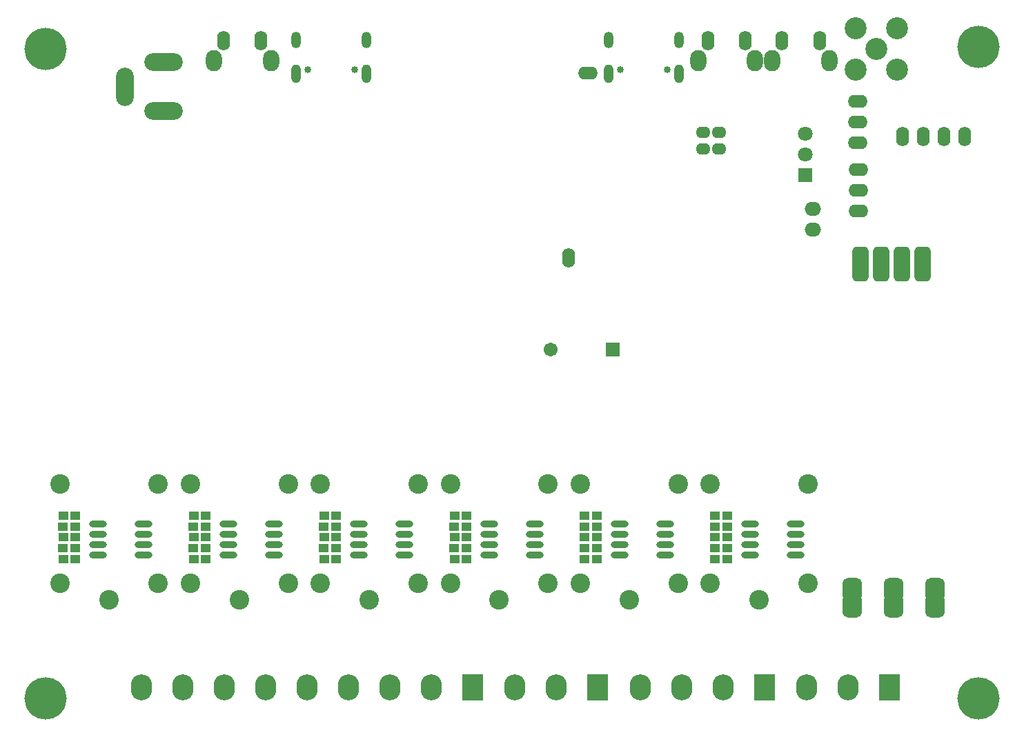
<source format=gbs>
G04*
G04 #@! TF.GenerationSoftware,Altium Limited,Altium Designer,21.2.1 (34)*
G04*
G04 Layer_Color=16711935*
%FSTAX24Y24*%
%MOIN*%
G70*
G04*
G04 #@! TF.SameCoordinates,6CF6E2E0-1279-4785-91C8-ECC7A25CC669*
G04*
G04*
G04 #@! TF.FilePolarity,Negative*
G04*
G01*
G75*
%ADD58R,0.0454X0.0434*%
%ADD92O,0.0789X0.0671*%
%ADD94C,0.0710*%
%ADD95R,0.0710X0.0710*%
%ADD96O,0.0474X0.0906*%
%ADD97O,0.0474X0.0788*%
%ADD98C,0.0336*%
%ADD99C,0.2047*%
%ADD100O,0.0787X0.1024*%
%ADD101O,0.0630X0.0945*%
%ADD102C,0.0671*%
%ADD103R,0.0671X0.0671*%
%ADD104O,0.1852X0.0867*%
%ADD105O,0.0867X0.1852*%
%ADD107C,0.1064*%
%ADD108C,0.0945*%
G04:AMPARAMS|DCode=109|XSize=110.4mil|YSize=94.6mil|CornerRadius=25.7mil|HoleSize=0mil|Usage=FLASHONLY|Rotation=270.000|XOffset=0mil|YOffset=0mil|HoleType=Round|Shape=RoundedRectangle|*
%AMROUNDEDRECTD109*
21,1,0.1104,0.0433,0,0,270.0*
21,1,0.0591,0.0946,0,0,270.0*
1,1,0.0513,-0.0217,-0.0295*
1,1,0.0513,-0.0217,0.0295*
1,1,0.0513,0.0217,0.0295*
1,1,0.0513,0.0217,-0.0295*
%
%ADD109ROUNDEDRECTD109*%
G04:AMPARAMS|DCode=110|XSize=102.5mil|YSize=78.9mil|CornerRadius=21.7mil|HoleSize=0mil|Usage=FLASHONLY|Rotation=270.000|XOffset=0mil|YOffset=0mil|HoleType=Round|Shape=RoundedRectangle|*
%AMROUNDEDRECTD110*
21,1,0.1025,0.0354,0,0,270.0*
21,1,0.0591,0.0789,0,0,270.0*
1,1,0.0434,-0.0177,-0.0295*
1,1,0.0434,-0.0177,0.0295*
1,1,0.0434,0.0177,0.0295*
1,1,0.0434,0.0177,-0.0295*
%
%ADD110ROUNDEDRECTD110*%
%ADD141O,0.0867X0.0316*%
%ADD142O,0.0945X0.0630*%
%ADD143O,0.0710X0.0552*%
%ADD144R,0.1025X0.1261*%
%ADD145O,0.1025X0.1261*%
D58*
X036127Y027955D02*
D03*
X036717D02*
D03*
X036127Y029022D02*
D03*
X036717D02*
D03*
X061324Y027955D02*
D03*
X061914D02*
D03*
X061904Y028505D02*
D03*
X061314D02*
D03*
X061324Y029022D02*
D03*
X061914D02*
D03*
X061904Y029539D02*
D03*
X061314D02*
D03*
X061324Y030055D02*
D03*
X061914D02*
D03*
X036117Y029539D02*
D03*
X036707D02*
D03*
X036117Y028505D02*
D03*
X036707D02*
D03*
X036717Y030055D02*
D03*
X036127D02*
D03*
X055024Y029022D02*
D03*
X055615D02*
D03*
X055605Y029539D02*
D03*
X055015D02*
D03*
X055024Y027955D02*
D03*
X055615D02*
D03*
X055605Y028505D02*
D03*
X055015D02*
D03*
X055024Y030055D02*
D03*
X055615D02*
D03*
X048725Y029022D02*
D03*
X049316D02*
D03*
X049306Y029539D02*
D03*
X048715D02*
D03*
X048725Y027955D02*
D03*
X049316D02*
D03*
X049306Y028505D02*
D03*
X048715D02*
D03*
X048725Y030055D02*
D03*
X049316D02*
D03*
X042426Y029022D02*
D03*
X043017D02*
D03*
X043007Y029539D02*
D03*
X042416D02*
D03*
X042426Y027955D02*
D03*
X043017D02*
D03*
X043007Y028505D02*
D03*
X042416D02*
D03*
X042426Y030055D02*
D03*
X043017D02*
D03*
X029828Y027955D02*
D03*
X030418D02*
D03*
X030408Y028505D02*
D03*
X029818D02*
D03*
X029828Y029022D02*
D03*
X030418D02*
D03*
X030408Y029538D02*
D03*
X029818D02*
D03*
X029828Y030055D02*
D03*
X030418D02*
D03*
D92*
X066043Y043878D02*
D03*
Y044878D02*
D03*
D94*
X065689Y048527D02*
D03*
Y047527D02*
D03*
D95*
Y046527D02*
D03*
D96*
X041064Y051417D02*
D03*
X044466Y051417D02*
D03*
X056182Y051417D02*
D03*
X059584Y051417D02*
D03*
D97*
X041064Y053051D02*
D03*
X044466Y053051D02*
D03*
X056182Y053051D02*
D03*
X059584Y053051D02*
D03*
D98*
X041627Y051614D02*
D03*
X043903D02*
D03*
X056745D02*
D03*
X059021D02*
D03*
D99*
X074055Y021228D02*
D03*
X028976D02*
D03*
X074055Y052724D02*
D03*
X028976Y052626D02*
D03*
D100*
X063248Y052055D02*
D03*
X060492D02*
D03*
X064078D02*
D03*
X066833D02*
D03*
X037106D02*
D03*
X039862D02*
D03*
D101*
X054232Y042527D02*
D03*
X07037Y048393D02*
D03*
X07137D02*
D03*
X07237D02*
D03*
X07337D02*
D03*
X060965Y053039D02*
D03*
X062776D02*
D03*
X066361D02*
D03*
X06455D02*
D03*
X03939D02*
D03*
X037579D02*
D03*
D102*
X053366Y038078D02*
D03*
D103*
X056358D02*
D03*
D104*
X034665Y049614D02*
D03*
Y051976D02*
D03*
D105*
X032815Y050795D02*
D03*
D107*
X068114Y053606D02*
D03*
X070114D02*
D03*
Y051606D02*
D03*
X068114D02*
D03*
X069114Y052606D02*
D03*
D108*
X065812Y031595D02*
D03*
X061088D02*
D03*
X065812Y026792D02*
D03*
X06345Y026005D02*
D03*
X061088Y026792D02*
D03*
X034412Y031595D02*
D03*
X029688D02*
D03*
X034412Y026792D02*
D03*
X03205Y026005D02*
D03*
X029688Y026792D02*
D03*
X040692Y031595D02*
D03*
X035968D02*
D03*
X040692Y026792D02*
D03*
X03833Y026005D02*
D03*
X035968Y026792D02*
D03*
X046972Y031595D02*
D03*
X042248D02*
D03*
X046972Y026792D02*
D03*
X04461Y026005D02*
D03*
X042248Y026792D02*
D03*
X053252Y031595D02*
D03*
X048528D02*
D03*
X053252Y026792D02*
D03*
X05089Y026005D02*
D03*
X048528Y026792D02*
D03*
X059532Y031595D02*
D03*
X054808D02*
D03*
X059532Y026792D02*
D03*
X05717Y026005D02*
D03*
X054808Y026792D02*
D03*
D109*
X071925Y026498D02*
D03*
X069925D02*
D03*
X067925D02*
D03*
X071925Y025698D02*
D03*
X069925D02*
D03*
X067925D02*
D03*
D110*
X068325Y041898D02*
D03*
X071325D02*
D03*
X070325D02*
D03*
X069325D02*
D03*
X071325Y042548D02*
D03*
X070325D02*
D03*
X069325D02*
D03*
X068325D02*
D03*
D141*
X065217Y029655D02*
D03*
Y029155D02*
D03*
Y028655D02*
D03*
Y028155D02*
D03*
X063012Y029655D02*
D03*
Y029155D02*
D03*
Y028655D02*
D03*
Y028155D02*
D03*
X04002Y029655D02*
D03*
Y029155D02*
D03*
Y028655D02*
D03*
Y028155D02*
D03*
X037815Y029655D02*
D03*
Y029155D02*
D03*
Y028655D02*
D03*
Y028155D02*
D03*
X058917Y029655D02*
D03*
Y029155D02*
D03*
Y028655D02*
D03*
Y028155D02*
D03*
X056713Y029655D02*
D03*
Y029155D02*
D03*
Y028655D02*
D03*
Y028155D02*
D03*
X052618Y029655D02*
D03*
Y029155D02*
D03*
Y028655D02*
D03*
Y028155D02*
D03*
X050413Y029655D02*
D03*
Y029155D02*
D03*
Y028655D02*
D03*
Y028155D02*
D03*
X046319Y029655D02*
D03*
Y029155D02*
D03*
Y028655D02*
D03*
Y028155D02*
D03*
X044114Y029655D02*
D03*
Y029155D02*
D03*
Y028655D02*
D03*
Y028155D02*
D03*
X03372Y029655D02*
D03*
Y029155D02*
D03*
Y028655D02*
D03*
Y028155D02*
D03*
X031516Y029655D02*
D03*
Y029155D02*
D03*
Y028655D02*
D03*
Y028155D02*
D03*
D142*
X068211Y0481D02*
D03*
Y0491D02*
D03*
Y0501D02*
D03*
X06825Y046786D02*
D03*
Y045786D02*
D03*
Y044786D02*
D03*
X055177Y051464D02*
D03*
D143*
X060728Y04859D02*
D03*
Y047803D02*
D03*
X061516Y04859D02*
D03*
Y047803D02*
D03*
D144*
X0637Y02175D02*
D03*
X0496D02*
D03*
X05565D02*
D03*
X06975D02*
D03*
D145*
X0617D02*
D03*
X0597D02*
D03*
X0577D02*
D03*
X0476D02*
D03*
X0456D02*
D03*
X0436D02*
D03*
X0416D02*
D03*
X0396D02*
D03*
X0376D02*
D03*
X0356D02*
D03*
X0336D02*
D03*
X05165D02*
D03*
X05365D02*
D03*
X06575D02*
D03*
X06775D02*
D03*
M02*

</source>
